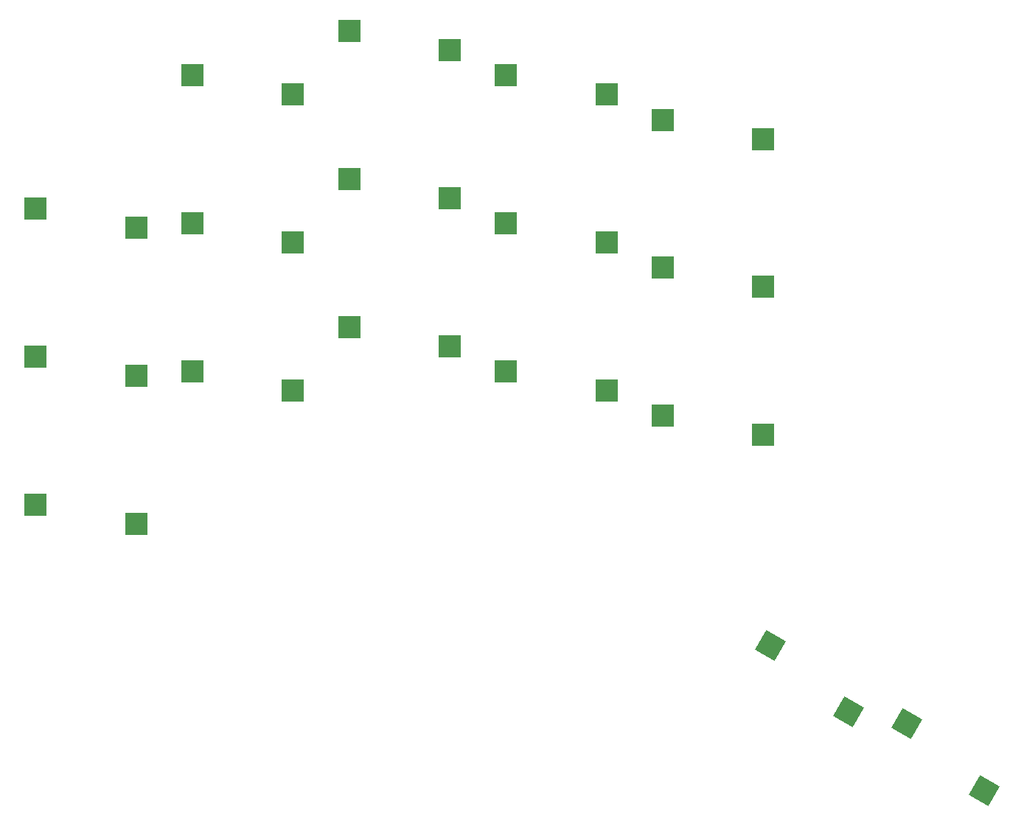
<source format=gbr>
%TF.GenerationSoftware,KiCad,Pcbnew,(6.0.6-1)-1*%
%TF.CreationDate,2022-08-23T15:15:48-05:00*%
%TF.ProjectId,smcboard,736d6362-6f61-4726-942e-6b696361645f,v1.0.0*%
%TF.SameCoordinates,Original*%
%TF.FileFunction,Paste,Bot*%
%TF.FilePolarity,Positive*%
%FSLAX46Y46*%
G04 Gerber Fmt 4.6, Leading zero omitted, Abs format (unit mm)*
G04 Created by KiCad (PCBNEW (6.0.6-1)-1) date 2022-08-23 15:15:48*
%MOMM*%
%LPD*%
G01*
G04 APERTURE LIST*
G04 Aperture macros list*
%AMRotRect*
0 Rectangle, with rotation*
0 The origin of the aperture is its center*
0 $1 length*
0 $2 width*
0 $3 Rotation angle, in degrees counterclockwise*
0 Add horizontal line*
21,1,$1,$2,0,0,$3*%
G04 Aperture macros list end*
%ADD10RotRect,2.600000X2.600000X330.000000*%
%ADD11R,2.600000X2.600000*%
G04 APERTURE END LIST*
D10*
%TO.C,S16*%
X155638767Y-104759649D03*
X164541360Y-112439905D03*
%TD*%
D11*
%TO.C,S9*%
X107225000Y-34200000D03*
X118775000Y-36400000D03*
%TD*%
%TO.C,S15*%
X143225000Y-44400000D03*
X154775000Y-46600000D03*
%TD*%
%TO.C,S3*%
X71225000Y-54600000D03*
X82775000Y-56800000D03*
%TD*%
%TO.C,S13*%
X143225000Y-78400000D03*
X154775000Y-80600000D03*
%TD*%
%TO.C,S14*%
X143225000Y-61400000D03*
X154775000Y-63600000D03*
%TD*%
%TO.C,S7*%
X107225000Y-68200000D03*
X118775000Y-70400000D03*
%TD*%
%TO.C,S12*%
X125225000Y-39300000D03*
X136775000Y-41500000D03*
%TD*%
%TO.C,S6*%
X89225000Y-39300000D03*
X100775000Y-41500000D03*
%TD*%
%TO.C,S5*%
X89225000Y-56300000D03*
X100775000Y-58500000D03*
%TD*%
%TO.C,S2*%
X71225000Y-71600000D03*
X82775000Y-73800000D03*
%TD*%
%TO.C,S1*%
X71225000Y-88600000D03*
X82775000Y-90800000D03*
%TD*%
%TO.C,S8*%
X107225000Y-51200000D03*
X118775000Y-53400000D03*
%TD*%
%TO.C,S4*%
X89225000Y-73300000D03*
X100775000Y-75500000D03*
%TD*%
%TO.C,S11*%
X125225000Y-56300000D03*
X136775000Y-58500000D03*
%TD*%
%TO.C,S10*%
X125225000Y-73300000D03*
X136775000Y-75500000D03*
%TD*%
D10*
%TO.C,S17*%
X171227224Y-113759649D03*
X180129817Y-121439905D03*
%TD*%
M02*

</source>
